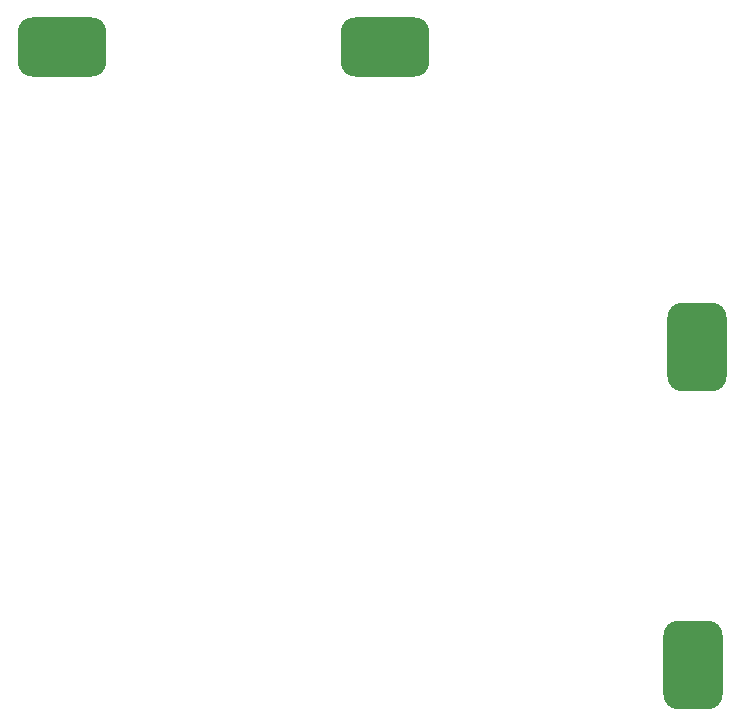
<source format=gbr>
%TF.GenerationSoftware,KiCad,Pcbnew,(6.0.7-1)-1*%
%TF.CreationDate,2022-10-12T21:51:45+02:00*%
%TF.ProjectId,Power_Management_Module,506f7765-725f-44d6-916e-6167656d656e,rev?*%
%TF.SameCoordinates,Original*%
%TF.FileFunction,Paste,Bot*%
%TF.FilePolarity,Positive*%
%FSLAX46Y46*%
G04 Gerber Fmt 4.6, Leading zero omitted, Abs format (unit mm)*
G04 Created by KiCad (PCBNEW (6.0.7-1)-1) date 2022-10-12 21:51:45*
%MOMM*%
%LPD*%
G01*
G04 APERTURE LIST*
G04 Aperture macros list*
%AMRoundRect*
0 Rectangle with rounded corners*
0 $1 Rounding radius*
0 $2 $3 $4 $5 $6 $7 $8 $9 X,Y pos of 4 corners*
0 Add a 4 corners polygon primitive as box body*
4,1,4,$2,$3,$4,$5,$6,$7,$8,$9,$2,$3,0*
0 Add four circle primitives for the rounded corners*
1,1,$1+$1,$2,$3*
1,1,$1+$1,$4,$5*
1,1,$1+$1,$6,$7*
1,1,$1+$1,$8,$9*
0 Add four rect primitives between the rounded corners*
20,1,$1+$1,$2,$3,$4,$5,0*
20,1,$1+$1,$4,$5,$6,$7,0*
20,1,$1+$1,$6,$7,$8,$9,0*
20,1,$1+$1,$8,$9,$2,$3,0*%
G04 Aperture macros list end*
%ADD10RoundRect,1.250000X-2.500000X-1.250000X2.500000X-1.250000X2.500000X1.250000X-2.500000X1.250000X0*%
%ADD11RoundRect,1.250000X-1.250000X2.500000X-1.250000X-2.500000X1.250000X-2.500000X1.250000X2.500000X0*%
G04 APERTURE END LIST*
D10*
%TO.C,J1*%
X134590000Y-53655000D03*
%TD*%
%TO.C,J5*%
X161895000Y-53655000D03*
%TD*%
D11*
%TO.C,J2*%
X188350000Y-79100000D03*
%TD*%
%TO.C,J4*%
X188050000Y-106050000D03*
%TD*%
M02*

</source>
